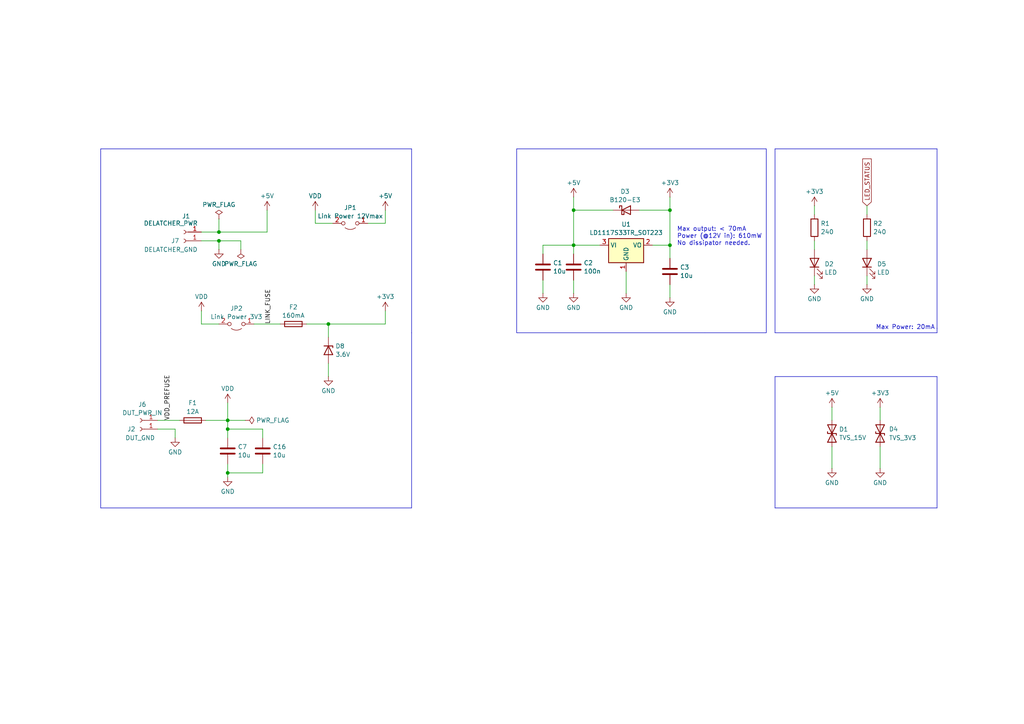
<source format=kicad_sch>
(kicad_sch (version 20231120) (generator "eeschema") (generator_version "8.0")
  (paper "A4")
  (title_block (title "Power Section") (date "2024-04-06") (rev "2") (comment 1 "Politecnico di Milano - European Space Agency") (comment 2 "Author: Federico Reghenzani"))
  (lib_symbols
    (symbol "Connector:Conn_01x01_Socket" (pin_names (offset 1.016) hide)
      (property "Reference" "J" (at 0 2.54 0))
      (property "Value" "Conn_01x01_Socket" (at 0 -2.54 0))
      (symbol "Conn_01x01_Socket_1_1"
        (polyline (pts (xy -1.27 0) (xy -0.508 0)) (stroke (width 0.1524)))
        (arc (start 0 0.508) (mid -0.5058 0) (end 0 -0.508) (stroke (width 0.1524)))
        (pin passive line (at -5.08 0 0) (length 3.81) (name "Pin_1") (number "1"))
      )
    )
    (symbol "Device:C" (pin_numbers hide) (pin_names (offset 0.254))
      (property "Reference" "C" (at 0.635 2.54 0))
      (property "Value" "C" (at 0.635 -2.54 0))
      (symbol "C_0_1"
        (polyline (pts (xy -2.032 -0.762) (xy 2.032 -0.762)) (stroke (width 0.508)))
        (polyline (pts (xy -2.032 0.762) (xy 2.032 0.762)) (stroke (width 0.508)))
      )
      (symbol "C_1_1"
        (pin passive line (at 0 3.81 270) (length 2.794) (name "~") (number "1"))
        (pin passive line (at 0 -3.81 90) (length 2.794) (name "~") (number "2"))
      )
    )
    (symbol "Device:D_TVS" (pin_numbers hide) (pin_names (offset 1.016) hide)
      (property "Reference" "D" (at 0 2.54 0))
      (property "Value" "D_TVS" (at 0 -2.54 0))
      (symbol "D_TVS_0_1"
        (polyline (pts (xy 1.27 0) (xy -1.27 0)))
        (polyline (pts (xy 0.508 1.27) (xy 0 1.27) (xy 0 -1.27) (xy -0.508 -1.27)) (stroke (width 0.254)))
        (polyline (pts (xy -2.54 1.27) (xy -2.54 -1.27) (xy 2.54 1.27) (xy 2.54 -1.27) (xy -2.54 1.27)) (stroke (width 0.254)))
      )
      (symbol "D_TVS_1_1"
        (pin passive line (at -3.81 0 0) (length 2.54) (name "A1") (number "1"))
        (pin passive line (at 3.81 0 180) (length 2.54) (name "A2") (number "2"))
      )
    )
    (symbol "Device:D_Zener" (pin_numbers hide) (pin_names (offset 1.016) hide)
      (property "Reference" "D" (at 0 2.54 0))
      (property "Value" "D_Zener" (at 0 -2.54 0))
      (symbol "D_Zener_0_1"
        (polyline (pts (xy 1.27 0) (xy -1.27 0)))
        (polyline (pts (xy -1.27 -1.27) (xy -1.27 1.27) (xy -0.762 1.27)) (stroke (width 0.254)))
        (polyline (pts (xy 1.27 -1.27) (xy 1.27 1.27) (xy -1.27 0) (xy 1.27 -1.27)) (stroke (width 0.254)))
      )
      (symbol "D_Zener_1_1"
        (pin passive line (at -3.81 0 0) (length 2.54) (name "K") (number "1"))
        (pin passive line (at 3.81 0 180) (length 2.54) (name "A") (number "2"))
      )
    )
    (symbol "Device:Fuse" (pin_numbers hide) (pin_names (offset 0))
      (property "Reference" "F" (at 2.032 0 90))
      (property "Value" "Fuse" (at -1.905 0 90))
      (symbol "Fuse_0_1"
        (rectangle (start -0.762 -2.54) (end 0.762 2.54) (stroke (width 0.254)))
        (polyline (pts (xy 0 2.54) (xy 0 -2.54)))
      )
      (symbol "Fuse_1_1"
        (pin passive line (at 0 3.81 270) (length 1.27) (name "~") (number "1"))
        (pin passive line (at 0 -3.81 90) (length 1.27) (name "~") (number "2"))
      )
    )
    (symbol "Device:LED" (pin_numbers hide) (pin_names (offset 1.016) hide)
      (property "Reference" "D" (at 0 2.54 0))
      (property "Value" "LED" (at 0 -2.54 0))
      (symbol "LED_0_1"
        (polyline (pts (xy -1.27 -1.27) (xy -1.27 1.27)) (stroke (width 0.254)))
        (polyline (pts (xy -1.27 0) (xy 1.27 0)))
        (polyline (pts (xy 1.27 -1.27) (xy 1.27 1.27) (xy -1.27 0) (xy 1.27 -1.27)) (stroke (width 0.254)))
        (polyline (pts (xy -3.048 -0.762) (xy -4.572 -2.286) (xy -3.81 -2.286) (xy -4.572 -2.286) (xy -4.572 -1.524)))
        (polyline (pts (xy -1.778 -0.762) (xy -3.302 -2.286) (xy -2.54 -2.286) (xy -3.302 -2.286) (xy -3.302 -1.524)))
      )
      (symbol "LED_1_1"
        (pin passive line (at -3.81 0 0) (length 2.54) (name "K") (number "1"))
        (pin passive line (at 3.81 0 180) (length 2.54) (name "A") (number "2"))
      )
    )
    (symbol "Device:R" (pin_numbers hide) (pin_names (offset 0))
      (property "Reference" "R" (at 2.032 0 90))
      (property "Value" "R" (at 0 0 90))
      (symbol "R_0_1"
        (rectangle (start -1.016 -2.54) (end 1.016 2.54) (stroke (width 0.254)))
      )
      (symbol "R_1_1"
        (pin passive line (at 0 3.81 270) (length 1.27) (name "~") (number "1"))
        (pin passive line (at 0 -3.81 90) (length 1.27) (name "~") (number "2"))
      )
    )
    (symbol "Diode:B120-E3" (pin_numbers hide) (pin_names hide)
      (property "Reference" "D" (at 0 2.54 0))
      (property "Value" "B120-E3" (at 0 -2.54 0))
      (symbol "B120-E3_0_1"
        (polyline (pts (xy 1.27 0) (xy -1.27 0)))
        (polyline (pts (xy 1.27 1.27) (xy 1.27 -1.27) (xy -1.27 0) (xy 1.27 1.27)) (stroke (width 0.254)))
        (polyline (pts (xy -1.905 0.635) (xy -1.905 1.27) (xy -1.27 1.27) (xy -1.27 -1.27) (xy -0.635 -1.27) (xy -0.635 -0.635)) (stroke (width 0.254)))
      )
      (symbol "B120-E3_1_1"
        (pin passive line (at -3.81 0 0) (length 2.54) (name "K") (number "1"))
        (pin passive line (at 3.81 0 180) (length 2.54) (name "A") (number "2"))
      )
    )
    (symbol "Jumper:Jumper_2_Open" (pin_names (offset 0) hide)
      (property "Reference" "JP" (at 0 2.794 0))
      (property "Value" "Jumper_2_Open" (at 0 -2.286 0))
      (symbol "Jumper_2_Open_0_0"
        (circle (center -2.032 0) (radius 0.508))
        (circle (center 2.032 0) (radius 0.508))
      )
      (symbol "Jumper_2_Open_0_1"
        (arc (start 1.524 1.27) (mid 0 1.778) (end -1.524 1.27))
      )
      (symbol "Jumper_2_Open_1_1"
        (pin passive line (at -5.08 0 0) (length 2.54) (name "A") (number "1"))
        (pin passive line (at 5.08 0 180) (length 2.54) (name "B") (number "2"))
      )
    )
    (symbol "Regulator_Linear:LD1117S33TR_SOT223"
      (property "Reference" "U" (at -3.81 3.175 0))
      (property "Value" "LD1117S33TR_SOT223" (at 0 3.175 0))
      (symbol "LD1117S33TR_SOT223_0_1"
        (rectangle (start -5.08 -5.08) (end 5.08 1.905) (stroke (width 0.254)) (fill (type background)))
      )
      (symbol "LD1117S33TR_SOT223_1_1"
        (pin power_in line (at 0 -7.62 90) (length 2.54) (name "GND") (number "1"))
        (pin power_out line (at 7.62 0 180) (length 2.54) (name "VO") (number "2"))
        (pin power_in line (at -7.62 0 0) (length 2.54) (name "VI") (number "3"))
      )
    )
    (symbol "power:+3V3" (power) (pin_numbers hide) (pin_names (offset 0) hide)
      (property "Value" "+3V3" (at 0 3.556 0))
      (symbol "+3V3_0_1"
        (polyline (pts (xy -0.762 1.27) (xy 0 2.54)))
        (polyline (pts (xy 0 0) (xy 0 2.54)))
        (polyline (pts (xy 0 2.54) (xy 0.762 1.27)))
      )
      (symbol "+3V3_1_1"
        (pin power_in line (at 0 0 90) (length 0) (name "~") (number "1"))
      )
    )
    (symbol "power:+5V" (power) (pin_numbers hide) (pin_names (offset 0) hide)
      (property "Value" "+5V" (at 0 3.556 0))
      (symbol "+5V_0_1"
        (polyline (pts (xy -0.762 1.27) (xy 0 2.54)))
        (polyline (pts (xy 0 0) (xy 0 2.54)))
        (polyline (pts (xy 0 2.54) (xy 0.762 1.27)))
      )
      (symbol "+5V_1_1"
        (pin power_in line (at 0 0 90) (length 0) (name "~") (number "1"))
      )
    )
    (symbol "power:GND" (power) (pin_numbers hide) (pin_names (offset 0) hide)
      (property "Value" "GND" (at 0 -3.81 0))
      (symbol "GND_0_1"
        (polyline (pts (xy 0 0) (xy 0 -1.27) (xy 1.27 -1.27) (xy 0 -2.54) (xy -1.27 -1.27) (xy 0 -1.27)))
      )
      (symbol "GND_1_1"
        (pin power_in line (at 0 0 270) (length 0) (name "~") (number "1"))
      )
    )
    (symbol "power:PWR_FLAG" (power) (pin_numbers hide) (pin_names (offset 0) hide)
      (property "Value" "PWR_FLAG" (at 0 3.81 0))
      (symbol "PWR_FLAG_0_0"
        (pin power_out line (at 0 0 90) (length 0) (name "~") (number "1"))
      )
      (symbol "PWR_FLAG_0_1"
        (polyline (pts (xy 0 0) (xy 0 1.27) (xy -1.016 1.905) (xy 0 2.54) (xy 1.016 1.905) (xy 0 1.27)))
      )
    )
    (symbol "power:VDD" (power) (pin_numbers hide) (pin_names (offset 0) hide)
      (property "Value" "VDD" (at 0 3.556 0))
      (symbol "VDD_0_1"
        (polyline (pts (xy -0.762 1.27) (xy 0 2.54)))
        (polyline (pts (xy 0 0) (xy 0 2.54)))
        (polyline (pts (xy 0 2.54) (xy 0.762 1.27)))
      )
      (symbol "VDD_1_1"
        (pin power_in line (at 0 0 90) (length 0) (name "~") (number "1"))
      )
    )
  )
  (junction (at 166.37 60.96))
  (junction (at 66.04 137.16))
  (junction (at 63.5 67.31))
  (junction (at 66.04 121.92))
  (junction (at 66.04 124.46))
  (junction (at 194.31 71.12))
  (junction (at 194.31 60.96))
  (junction (at 63.5 69.85))
  (junction (at 95.25 93.98))
  (junction (at 166.37 71.12))
  (polyline (pts (xy 29.21 43.18) (xy 29.21 96.52)))
  (wire (pts (xy 58.42 67.31) (xy 63.5 67.31)))
  (wire (pts (xy 91.44 64.77) (xy 91.44 60.96)))
  (wire (pts (xy 63.5 93.98) (xy 58.42 93.98)))
  (polyline (pts (xy 271.78 43.18) (xy 271.78 95.25)))
  (wire (pts (xy 166.37 71.12) (xy 173.99 71.12)))
  (wire (pts (xy 63.5 72.39) (xy 63.5 69.85)))
  (wire (pts (xy 77.47 67.31) (xy 77.47 60.96)))
  (wire (pts (xy 63.5 67.31) (xy 77.47 67.31)))
  (polyline (pts (xy 119.38 96.52) (xy 119.38 43.18)))
  (polyline (pts (xy 149.86 96.52) (xy 149.86 43.18)))
  (wire (pts (xy 111.76 60.96) (xy 111.76 64.77)))
  (wire (pts (xy 194.31 57.15) (xy 194.31 60.96)))
  (polyline (pts (xy 29.21 147.32) (xy 29.21 96.52)))
  (polyline (pts (xy 222.25 43.18) (xy 222.25 96.52)))
  (polyline (pts (xy 149.86 43.18) (xy 222.25 43.18)))
  (wire (pts (xy 236.22 59.69) (xy 236.22 62.23)))
  (wire (pts (xy 157.48 73.66) (xy 157.48 71.12)))
  (wire (pts (xy 66.04 137.16) (xy 66.04 138.43)))
  (polyline (pts (xy 224.79 147.32) (xy 271.78 147.32)))
  (wire (pts (xy 255.27 118.11) (xy 255.27 121.92)))
  (wire (pts (xy 76.2 137.16) (xy 66.04 137.16)))
  (wire (pts (xy 166.37 81.28) (xy 166.37 85.09)))
  (wire (pts (xy 76.2 134.62) (xy 76.2 137.16)))
  (wire (pts (xy 50.8 124.46) (xy 45.72 124.46)))
  (wire (pts (xy 166.37 57.15) (xy 166.37 60.96)))
  (wire (pts (xy 69.85 69.85) (xy 63.5 69.85)))
  (polyline (pts (xy 224.79 109.22) (xy 224.79 147.32)))
  (wire (pts (xy 95.25 93.98) (xy 95.25 97.79)))
  (wire (pts (xy 194.31 71.12) (xy 189.23 71.12)))
  (wire (pts (xy 166.37 60.96) (xy 177.8 60.96)))
  (wire (pts (xy 185.42 60.96) (xy 194.31 60.96)))
  (wire (pts (xy 96.52 64.77) (xy 91.44 64.77)))
  (polyline (pts (xy 119.38 147.32) (xy 29.21 147.32)))
  (wire (pts (xy 66.04 116.84) (xy 66.04 121.92)))
  (polyline (pts (xy 119.38 96.52) (xy 119.38 147.32)))
  (wire (pts (xy 157.48 81.28) (xy 157.48 85.09)))
  (polyline (pts (xy 204.47 96.52) (xy 149.86 96.52)))
  (wire (pts (xy 181.61 78.74) (xy 181.61 85.09)))
  (polyline (pts (xy 271.78 109.22) (xy 224.79 109.22)))
  (wire (pts (xy 58.42 93.98) (xy 58.42 90.17)))
  (wire (pts (xy 166.37 73.66) (xy 166.37 71.12)))
  (polyline (pts (xy 204.47 96.52) (xy 222.25 96.52)))
  (wire (pts (xy 88.9 93.98) (xy 95.25 93.98)))
  (polyline (pts (xy 224.79 96.52) (xy 224.79 43.18)))
  (wire (pts (xy 50.8 127) (xy 50.8 124.46)))
  (polyline (pts (xy 271.78 96.52) (xy 224.79 96.52)))
  (wire (pts (xy 76.2 124.46) (xy 66.04 124.46)))
  (wire (pts (xy 66.04 121.92) (xy 66.04 124.46)))
  (wire (pts (xy 241.3 118.11) (xy 241.3 121.92)))
  (wire (pts (xy 76.2 127) (xy 76.2 124.46)))
  (wire (pts (xy 251.46 80.01) (xy 251.46 82.55)))
  (wire (pts (xy 63.5 69.85) (xy 58.42 69.85)))
  (wire (pts (xy 66.04 124.46) (xy 66.04 127)))
  (wire (pts (xy 95.25 93.98) (xy 111.76 93.98)))
  (wire (pts (xy 251.46 59.69) (xy 251.46 62.23)))
  (wire (pts (xy 63.5 63.5) (xy 63.5 67.31)))
  (wire (pts (xy 236.22 80.01) (xy 236.22 82.55)))
  (wire (pts (xy 59.69 121.92) (xy 66.04 121.92)))
  (wire (pts (xy 251.46 69.85) (xy 251.46 72.39)))
  (wire (pts (xy 66.04 134.62) (xy 66.04 137.16)))
  (polyline (pts (xy 271.78 109.22) (xy 271.78 147.32)))
  (wire (pts (xy 241.3 129.54) (xy 241.3 135.89)))
  (wire (pts (xy 66.04 121.92) (xy 71.12 121.92)))
  (wire (pts (xy 111.76 64.77) (xy 106.68 64.77)))
  (polyline (pts (xy 271.78 95.25) (xy 271.78 96.52)))
  (wire (pts (xy 194.31 82.55) (xy 194.31 86.36)))
  (wire (pts (xy 73.66 93.98) (xy 81.28 93.98)))
  (wire (pts (xy 194.31 71.12) (xy 194.31 74.93)))
  (wire (pts (xy 69.85 72.39) (xy 69.85 69.85)))
  (polyline (pts (xy 224.79 43.18) (xy 271.78 43.18)))
  (wire (pts (xy 255.27 129.54) (xy 255.27 135.89)))
  (wire (pts (xy 194.31 60.96) (xy 194.31 71.12)))
  (wire (pts (xy 95.25 105.41) (xy 95.25 109.22)))
  (wire (pts (xy 111.76 90.17) (xy 111.76 93.98)))
  (wire (pts (xy 45.72 121.92) (xy 52.07 121.92)))
  (wire (pts (xy 236.22 69.85) (xy 236.22 72.39)))
  (wire (pts (xy 166.37 60.96) (xy 166.37 71.12)))
  (polyline (pts (xy 119.38 43.18) (xy 29.21 43.18)))
  (wire (pts (xy 157.48 71.12) (xy 166.37 71.12)))
  (text "Max Power: 20mA" (at 254 95.758 0) (effects (font (size 1.27 1.27)) (justify left bottom)))
  (text "Max output: < 70mA\nPower (@12V in): 610mW\nNo dissipator needed." (at 196.342 68.58 0) (effects (font (size 1.27 1.27)) (justify left)))
  (label "VDD_PREFUSE" (at 49.53 121.92 90))
  (label "LINK_FUSE" (at 78.74 93.98 90))
  (global_label "LED_STATUS" (shape input) (at 251.46 59.69 90) (property "Intersheetrefs" "${INTERSHEET_REFS}" (effects (hide yes))))
  (symbol (lib_id "power:+3V3") (at 194.31 57.15 0) (unit 1)
    (property "Reference" "#PWR015" (effects (hide yes)))
    (property "Value" "+3V3" (at 194.31 53.0169 0))
    (property "Description" "Power symbol creates a global label with name \"+3V3\"" (effects (hide yes)))
  )
  (symbol (lib_id "Device:R") (at 251.46 66.04 0) (unit 1)
    (property "Reference" "R2" (at 253.238 64.8279 0) (effects (justify left)))
    (property "Value" "240" (at 253.238 67.2521 0) (effects (justify left)))
    (property "Footprint" "Resistor_SMD:R_0805_2012Metric_Pad1.20x1.40mm_HandSolder" (effects (hide yes)))
  )
  (symbol (lib_id "Device:C") (at 76.2 130.81 0) (unit 1)
    (property "Reference" "C16" (at 79.121 129.5979 0) (effects (justify left)))
    (property "Value" "10u" (at 79.121 132.0221 0) (effects (justify left)))
    (property "Footprint" "Capacitor_SMD:C_1206_3216Metric_Pad1.33x1.80mm_HandSolder" (effects (hide yes)))
    (property "ProductID" "CL31B106KBHNNNE" (effects (hide yes)))
  )
  (symbol (lib_id "power:VDD") (at 66.04 116.84 0) (unit 1)
    (property "Reference" "#PWR03" (effects (hide yes)))
    (property "Value" "VDD" (at 66.04 112.7069 0))
    (property "Description" "Power symbol creates a global label with name \"VDD\"" (effects (hide yes)))
  )
  (symbol (lib_id "power:+5V") (at 77.47 60.96 0) (unit 1)
    (property "Reference" "#PWR01" (effects (hide yes)))
    (property "Value" "+5V" (at 77.47 56.8269 0))
    (property "Description" "Power symbol creates a global label with name \"+5V\"" (effects (hide yes)))
  )
  (symbol (lib_id "Connector:Conn_01x01_Socket") (at 53.34 67.31 180) (unit 1)
    (property "Reference" "J1" (at 53.975 62.7085 0))
    (property "Value" "DELATCHER_PWR" (at 49.53 64.77 0))
    (property "Footprint" "LocalLibrary:CT3151" (effects (hide yes)))
  )
  (symbol (lib_id "Connector:Conn_01x01_Socket") (at 53.34 69.85 180) (unit 1)
    (property "Reference" "J7" (at 50.8 69.85 0))
    (property "Value" "DELATCHER_GND" (at 49.53 72.39 0))
    (property "Footprint" "LocalLibrary:CT3151" (effects (hide yes)))
  )
  (symbol (lib_id "power:+5V") (at 166.37 57.15 0) (unit 1)
    (property "Reference" "#PWR012" (effects (hide yes)))
    (property "Value" "+5V" (at 166.37 53.0169 0))
    (property "Description" "Power symbol creates a global label with name \"+5V\"" (effects (hide yes)))
  )
  (symbol (lib_id "Device:C") (at 66.04 130.81 0) (unit 1)
    (property "Reference" "C7" (at 68.961 129.5979 0) (effects (justify left)))
    (property "Value" "10u" (at 68.961 132.0221 0) (effects (justify left)))
    (property "Footprint" "Capacitor_SMD:C_1206_3216Metric_Pad1.33x1.80mm_HandSolder" (effects (hide yes)))
    (property "ProductID" "CL31B106KBHNNNE" (effects (hide yes)))
  )
  (symbol (lib_id "power:VDD") (at 58.42 90.17 0) (unit 1)
    (property "Reference" "#PWR06" (effects (hide yes)))
    (property "Value" "VDD" (at 58.42 86.0369 0))
    (property "Description" "Power symbol creates a global label with name \"VDD\"" (effects (hide yes)))
  )
  (symbol (lib_id "Device:LED") (at 251.46 76.2 90) (unit 1)
    (property "Reference" "D5" (at 254.381 76.5754 90) (effects (justify right)))
    (property "Value" "LED" (at 254.381 78.9996 90) (effects (justify right)))
    (property "Footprint" "LED_SMD:LED_0805_2012Metric_Pad1.15x1.40mm_HandSolder" (effects (hide yes)))
  )
  (symbol (lib_id "Connector:Conn_01x01_Socket") (at 40.64 124.46 180) (unit 1)
    (property "Reference" "J2" (at 38.1 124.46 0))
    (property "Value" "DUT_GND" (at 40.64 127 0))
    (property "Footprint" "LocalLibrary:CT3151" (effects (hide yes)))
  )
  (symbol (lib_id "Connector:Conn_01x01_Socket") (at 40.64 121.92 180) (unit 1)
    (property "Reference" "J6" (at 41.275 117.3185 0))
    (property "Value" "DUT_PWR_IN" (at 41.275 119.7427 0))
    (property "Footprint" "LocalLibrary:CT3151" (effects (hide yes)))
  )
  (symbol (lib_id "power:+3V3") (at 236.22 59.69 0) (unit 1)
    (property "Reference" "#PWR017" (effects (hide yes)))
    (property "Value" "+3V3" (at 236.22 55.5569 0))
    (property "Description" "Power symbol creates a global label with name \"+3V3\"" (effects (hide yes)))
  )
  (symbol (lib_id "power:GND") (at 157.48 85.09 0) (unit 1)
    (property "Reference" "#PWR011" (effects (hide yes)))
    (property "Value" "GND" (at 157.48 89.2231 0))
    (property "Description" "Power symbol creates a global label with name \"GND\" , ground" (effects (hide yes)))
  )
  (symbol (lib_id "power:GND") (at 50.8 127 0) (unit 1)
    (property "Reference" "#PWR04" (effects (hide yes)))
    (property "Value" "GND" (at 50.8 131.1331 0))
    (property "Description" "Power symbol creates a global label with name \"GND\" , ground" (effects (hide yes)))
  )
  (symbol (lib_id "Device:C") (at 157.48 77.47 0) (unit 1)
    (property "Reference" "C1" (at 160.401 76.2579 0) (effects (justify left)))
    (property "Value" "10u" (at 160.401 78.6821 0) (effects (justify left)))
    (property "Footprint" "Capacitor_SMD:C_0805_2012Metric_Pad1.18x1.45mm_HandSolder" (effects (hide yes)))
  )
  (symbol (lib_id "power:GND") (at 236.22 82.55 0) (unit 1)
    (property "Reference" "#PWR018" (effects (hide yes)))
    (property "Value" "GND" (at 236.22 86.6831 0))
    (property "Description" "Power symbol creates a global label with name \"GND\" , ground" (effects (hide yes)))
  )
  (symbol (lib_id "Jumper:Jumper_2_Open") (at 101.6 64.77 180) (unit 1)
    (property "Reference" "JP1" (at 101.6 60.2445 0))
    (property "Value" "Link Power 12Vmax" (at 101.6 62.6688 0))
    (property "Footprint" "Connector_PinHeader_2.54mm:PinHeader_1x02_P2.54mm_Vertical" (effects (hide yes)))
  )
  (symbol (lib_id "Regulator_Linear:LD1117S33TR_SOT223") (at 181.61 71.12 0) (unit 1)
    (property "Reference" "U1" (at 181.61 65.0707 0))
    (property "Value" "LD1117S33TR_SOT223" (at 181.61 67.4949 0))
    (property "Footprint" "Package_TO_SOT_SMD:SOT-223-3_TabPin2" (effects (hide yes)))
    (property "Datasheet" "http://www.st.com/st-web-ui/static/active/en/resource/technical/document/datasheet/CD00000544.pdf" (effects (hide yes)))
  )
  (symbol (lib_id "Device:Fuse") (at 55.88 121.92 90) (unit 1)
    (property "Reference" "F1" (at 55.88 116.84 90))
    (property "Value" "12A" (at 55.88 119.38 90))
    (property "Footprint" "Fuse:Fuse_1206_3216Metric_Pad1.42x1.75mm_HandSolder" (effects (hide yes)))
    (property "ProductID" "SF-1206HH1200R-2" (effects (hide yes)))
  )
  (symbol (lib_id "power:PWR_FLAG") (at 71.12 121.92 270) (unit 1)
    (property "Reference" "#FLG04" (effects (hide yes)))
    (property "Value" "PWR_FLAG" (at 74.295 121.92 90) (effects (justify left)))
    (property "Description" "Special symbol for telling ERC where power comes from" (effects (hide yes)))
  )
  (symbol (lib_id "Device:D_Zener") (at 95.25 101.6 270) (unit 1)
    (property "Reference" "D8" (at 97.282 100.3878 90) (effects (justify left)))
    (property "Value" "3.6V" (at 97.282 102.8121 90) (effects (justify left)))
    (property "Footprint" "Diode_SMD:D_SMB_Handsoldering" (effects (hide yes)))
    (property "Description" "Zener diode" (effects (hide yes)))
    (property "ProductID" "SZ1SMB5914BT3G" (effects (hide yes)))
  )
  (symbol (lib_id "Diode:B120-E3") (at 181.61 60.96 0) (unit 1)
    (property "Reference" "D3" (at 181.2925 55.5457 0))
    (property "Value" "B120-E3" (at 181.2925 57.9699 0))
    (property "Footprint" "Diode_SMD:D_SMA" (effects (hide yes)))
    (property "Datasheet" "http://www.vishay.com/docs/88946/b120.pdf" (effects (hide yes)))
  )
  (symbol (lib_id "power:GND") (at 251.46 82.55 0) (unit 1)
    (property "Reference" "#PWR028" (effects (hide yes)))
    (property "Value" "GND" (at 251.46 86.6831 0))
    (property "Description" "Power symbol creates a global label with name \"GND\" , ground" (effects (hide yes)))
  )
  (symbol (lib_id "power:VDD") (at 91.44 60.96 0) (unit 1)
    (property "Reference" "#PWR05" (effects (hide yes)))
    (property "Value" "VDD" (at 91.44 56.8269 0))
    (property "Description" "Power symbol creates a global label with name \"VDD\"" (effects (hide yes)))
  )
  (symbol (lib_id "power:+3V3") (at 111.76 90.17 0) (unit 1)
    (property "Reference" "#PWR09" (effects (hide yes)))
    (property "Value" "+3V3" (at 111.76 86.0369 0))
    (property "Description" "Power symbol creates a global label with name \"+3V3\"" (effects (hide yes)))
  )
  (symbol (lib_id "Device:LED") (at 236.22 76.2 90) (unit 1)
    (property "Reference" "D2" (at 239.141 76.5754 90) (effects (justify right)))
    (property "Value" "LED" (at 239.141 78.9996 90) (effects (justify right)))
    (property "Footprint" "LED_SMD:LED_0805_2012Metric_Pad1.15x1.40mm_HandSolder" (effects (hide yes)))
  )
  (symbol (lib_id "power:PWR_FLAG") (at 63.5 63.5 0) (unit 1)
    (property "Reference" "#FLG01" (effects (hide yes)))
    (property "Value" "PWR_FLAG" (at 63.5 59.3669 0))
    (property "Description" "Special symbol for telling ERC where power comes from" (effects (hide yes)))
  )
  (symbol (lib_id "Device:D_TVS") (at 241.3 125.73 90) (unit 1)
    (property "Reference" "D1" (at 243.332 124.5178 90) (effects (justify right)))
    (property "Value" "TVS_15V" (at 243.332 126.9421 90) (effects (justify right)))
    (property "Footprint" "Diode_SMD:D_0603_1608Metric_Pad1.05x0.95mm_HandSolder" (effects (hide yes)))
    (property "ProductID" "710-8231614A" (effects (hide yes)))
  )
  (symbol (lib_id "Device:Fuse") (at 85.09 93.98 90) (unit 1)
    (property "Reference" "F2" (at 85.09 89.0735 90))
    (property "Value" "160mA" (at 85.09 91.4978 90))
    (property "Footprint" "Fuse:Fuse_1206_3216Metric_Pad1.42x1.75mm_HandSolder" (effects (hide yes)))
    (property "Description" "Fuse" (effects (hide yes)))
    (property "ProductID" "3413.0008.22" (effects (hide yes)))
  )
  (symbol (lib_id "power:GND") (at 63.5 72.39 0) (unit 1)
    (property "Reference" "#PWR02" (effects (hide yes)))
    (property "Value" "GND" (at 63.5 76.5231 0))
    (property "Description" "Power symbol creates a global label with name \"GND\" , ground" (effects (hide yes)))
  )
  (symbol (lib_id "power:GND") (at 194.31 86.36 0) (unit 1)
    (property "Reference" "#PWR016" (effects (hide yes)))
    (property "Value" "GND" (at 194.31 90.4931 0))
    (property "Description" "Power symbol creates a global label with name \"GND\" , ground" (effects (hide yes)))
  )
  (symbol (lib_id "power:+5V") (at 111.76 60.96 0) (unit 1)
    (property "Reference" "#PWR08" (effects (hide yes)))
    (property "Value" "+5V" (at 111.76 56.8269 0))
    (property "Description" "Power symbol creates a global label with name \"+5V\"" (effects (hide yes)))
  )
  (symbol (lib_id "Device:C") (at 194.31 78.74 0) (unit 1)
    (property "Reference" "C3" (at 197.231 77.5279 0) (effects (justify left)))
    (property "Value" "10u" (at 197.231 79.9521 0) (effects (justify left)))
    (property "Footprint" "Capacitor_SMD:C_0805_2012Metric_Pad1.18x1.45mm_HandSolder" (effects (hide yes)))
  )
  (symbol (lib_id "power:GND") (at 241.3 135.89 0) (unit 1)
    (property "Reference" "#PWR042" (effects (hide yes)))
    (property "Value" "GND" (at 241.3 140.0231 0))
    (property "Description" "Power symbol creates a global label with name \"GND\" , ground" (effects (hide yes)))
  )
  (symbol (lib_id "Device:R") (at 236.22 66.04 0) (unit 1)
    (property "Reference" "R1" (at 237.998 64.8278 0) (effects (justify left)))
    (property "Value" "240" (at 237.998 67.2521 0) (effects (justify left)))
    (property "Footprint" "Resistor_SMD:R_0805_2012Metric_Pad1.20x1.40mm_HandSolder" (effects (hide yes)))
  )
  (symbol (lib_id "power:GND") (at 181.61 85.09 0) (unit 1)
    (property "Reference" "#PWR014" (effects (hide yes)))
    (property "Value" "GND" (at 181.61 89.2231 0))
    (property "Description" "Power symbol creates a global label with name \"GND\" , ground" (effects (hide yes)))
  )
  (symbol (lib_id "power:PWR_FLAG") (at 69.85 72.39 180) (unit 1)
    (property "Reference" "#FLG02" (effects (hide yes)))
    (property "Value" "PWR_FLAG" (at 69.85 76.5231 0))
    (property "Description" "Special symbol for telling ERC where power comes from" (effects (hide yes)))
  )
  (symbol (lib_id "power:GND") (at 166.37 85.09 0) (unit 1)
    (property "Reference" "#PWR013" (effects (hide yes)))
    (property "Value" "GND" (at 166.37 89.2231 0))
    (property "Description" "Power symbol creates a global label with name \"GND\" , ground" (effects (hide yes)))
  )
  (symbol (lib_id "Device:D_TVS") (at 255.27 125.73 90) (unit 1)
    (property "Reference" "D4" (at 257.81 124.4599 90) (effects (justify right)))
    (property "Value" "TVS_3V3" (at 257.81 126.9999 90) (effects (justify right)))
    (property "Footprint" "Diode_SMD:D_0603_1608Metric_Pad1.05x0.95mm_HandSolder" (effects (hide yes)))
    (property "ProductID" "CG0603MLU-3.3E" (effects (hide yes)))
  )
  (symbol (lib_id "Jumper:Jumper_2_Open") (at 68.58 93.98 180) (unit 1)
    (property "Reference" "JP2" (at 68.58 89.4547 0))
    (property "Value" "Link Power 3V3" (at 68.58 91.8789 0))
    (property "Footprint" "Connector_PinHeader_2.54mm:PinHeader_1x02_P2.54mm_Vertical" (effects (hide yes)))
  )
  (symbol (lib_id "power:GND") (at 66.04 138.43 0) (unit 1)
    (property "Reference" "#PWR07" (effects (hide yes)))
    (property "Value" "GND" (at 66.04 142.5631 0))
    (property "Description" "Power symbol creates a global label with name \"GND\" , ground" (effects (hide yes)))
  )
  (symbol (lib_id "power:+5V") (at 241.3 118.11 0) (unit 1)
    (property "Reference" "#PWR041" (effects (hide yes)))
    (property "Value" "+5V" (at 241.3 113.9769 0))
    (property "Description" "Power symbol creates a global label with name \"+5V\"" (effects (hide yes)))
  )
  (symbol (lib_id "power:+3V3") (at 255.27 118.11 0) (unit 1)
    (property "Reference" "#PWR040" (effects (hide yes)))
    (property "Value" "+3V3" (at 255.27 113.9769 0))
    (property "Description" "Power symbol creates a global label with name \"+3V3\"" (effects (hide yes)))
  )
  (symbol (lib_id "Device:C") (at 166.37 77.47 0) (unit 1)
    (property "Reference" "C2" (at 169.291 76.2579 0) (effects (justify left)))
    (property "Value" "100n" (at 169.291 78.6821 0) (effects (justify left)))
    (property "Footprint" "Capacitor_SMD:C_0805_2012Metric_Pad1.18x1.45mm_HandSolder" (effects (hide yes)))
  )
  (symbol (lib_id "power:GND") (at 255.27 135.89 0) (unit 1)
    (property "Reference" "#PWR043" (effects (hide yes)))
    (property "Value" "GND" (at 255.27 140.0231 0))
    (property "Description" "Power symbol creates a global label with name \"GND\" , ground" (effects (hide yes)))
  )
  (symbol (lib_id "power:GND") (at 95.25 109.22 0) (unit 1)
    (property "Reference" "#PWR033" (effects (hide yes)))
    (property "Value" "GND" (at 95.25 113.3531 0))
    (property "Description" "Power symbol creates a global label with name \"GND\" , ground" (effects (hide yes)))
  )
)
</source>
